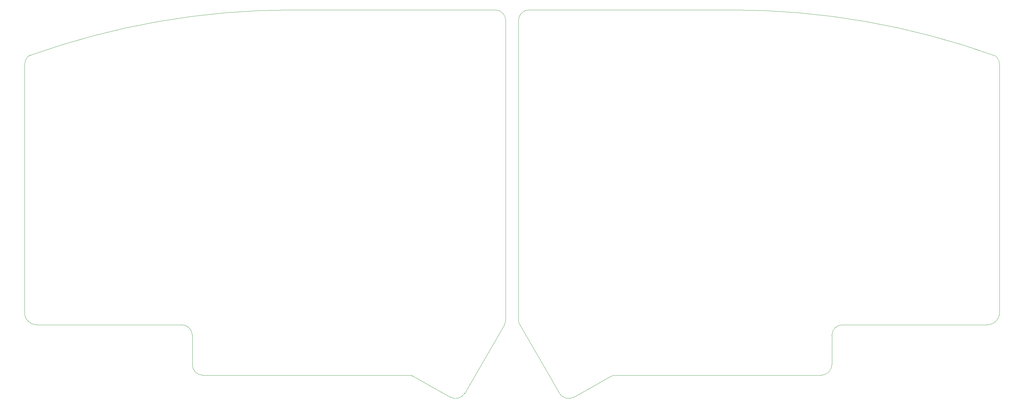
<source format=gm1>
%TF.GenerationSoftware,KiCad,Pcbnew,(6.0.4)*%
%TF.CreationDate,2023-10-02T11:20:09-05:00*%
%TF.ProjectId,RunType58,52756e54-7970-4653-9538-2e6b69636164,rev?*%
%TF.SameCoordinates,Original*%
%TF.FileFunction,Profile,NP*%
%FSLAX46Y46*%
G04 Gerber Fmt 4.6, Leading zero omitted, Abs format (unit mm)*
G04 Created by KiCad (PCBNEW (6.0.4)) date 2023-10-02 11:20:09*
%MOMM*%
%LPD*%
G01*
G04 APERTURE LIST*
%TA.AperFunction,Profile*%
%ADD10C,0.100000*%
%TD*%
G04 APERTURE END LIST*
D10*
X160738078Y-111707878D02*
X157516655Y-117287546D01*
X211688759Y-126002549D02*
X250438758Y-126002549D01*
X24963751Y-108215049D02*
G75*
G03*
X28463759Y-111715049I3500009J9D01*
G01*
X256438758Y-111715058D02*
G75*
G03*
X253438758Y-114715049I-158J-2999842D01*
G01*
X161139942Y-25498258D02*
G75*
G03*
X158140001Y-22498258I-2999942J58D01*
G01*
X24963759Y-38065049D02*
X24963759Y-108215049D01*
X145480695Y-132208516D02*
G75*
G03*
X149546588Y-131092107I1467805J2616416D01*
G01*
X184641952Y-129826965D02*
X180396816Y-132208504D01*
X297413759Y-111714959D02*
G75*
G03*
X300913759Y-108215049I-59J3500059D01*
G01*
X114188759Y-126002549D02*
X75438760Y-126002549D01*
X161140001Y-110207878D02*
X161140001Y-25498258D01*
X157516655Y-117287546D02*
X151016655Y-128545876D01*
X149546588Y-131092107D02*
X151016655Y-128545876D01*
X28463759Y-111715049D02*
X41463759Y-111715049D01*
X300059811Y-35774076D02*
G75*
G03*
X299684536Y-35516504I-680311J-589024D01*
G01*
X253438758Y-123002549D02*
X253438758Y-118515050D01*
X135134913Y-126404473D02*
X134418477Y-126002549D01*
X141235566Y-129826965D02*
X145480702Y-132208504D01*
X176330921Y-131092112D02*
G75*
G03*
X180396816Y-132208504I2598079J1500012D01*
G01*
X168360863Y-117287546D02*
X174860863Y-128545876D01*
X26192978Y-35516494D02*
G75*
G03*
X25817723Y-35774090I305322J-846906D01*
G01*
X100961476Y-22498259D02*
G75*
G03*
X26192982Y-35516504I-250976J-219778941D01*
G01*
X135134913Y-126404473D02*
X141235566Y-129826965D01*
X164737517Y-25498258D02*
X164737517Y-110207878D01*
X164737538Y-110207878D02*
G75*
G03*
X165139440Y-111707878I3000062J-22D01*
G01*
X127188759Y-126002549D02*
X134418477Y-126002549D01*
X160738064Y-111707870D02*
G75*
G03*
X161140001Y-110207878I-2597864J1499970D01*
G01*
X253438758Y-118515050D02*
X253438758Y-114715049D01*
X114188759Y-126002549D02*
X127188759Y-126002549D01*
X250438758Y-126002558D02*
G75*
G03*
X253438758Y-123002549I-158J3000158D01*
G01*
X72438760Y-123002549D02*
X72438760Y-118515050D01*
X72438751Y-114715049D02*
G75*
G03*
X69438760Y-111715049I-2999951J49D01*
G01*
X167737517Y-22498258D02*
X224916042Y-22498258D01*
X300913759Y-38065049D02*
X300913759Y-51065049D01*
X300913759Y-95215049D02*
X300913759Y-108215049D01*
X190742605Y-126404473D02*
X184641952Y-129826965D01*
X176330930Y-131092107D02*
X174860863Y-128545876D01*
X167737517Y-22498217D02*
G75*
G03*
X164737517Y-25498258I83J-3000083D01*
G01*
X158140001Y-22498258D02*
X100961476Y-22498258D01*
X190742605Y-126404473D02*
X191459041Y-126002549D01*
X41463759Y-111715049D02*
X69438760Y-111715049D01*
X300913759Y-51065049D02*
X300913759Y-95215049D01*
X191459041Y-126002549D02*
X211688759Y-126002549D01*
X300913778Y-38065049D02*
G75*
G03*
X300059795Y-35774090I-3500078J-51D01*
G01*
X165139440Y-111707878D02*
X168360863Y-117287546D01*
X256438758Y-111715049D02*
X297413759Y-111715049D01*
X25817725Y-35774091D02*
G75*
G03*
X24963759Y-38065049I2646055J-2290969D01*
G01*
X72438760Y-114715049D02*
X72438760Y-118515050D01*
X299684536Y-35516504D02*
G75*
G03*
X224916042Y-22498258I-74517536J-206760796D01*
G01*
X72438751Y-123002549D02*
G75*
G03*
X75438760Y-126002549I3000049J49D01*
G01*
M02*

</source>
